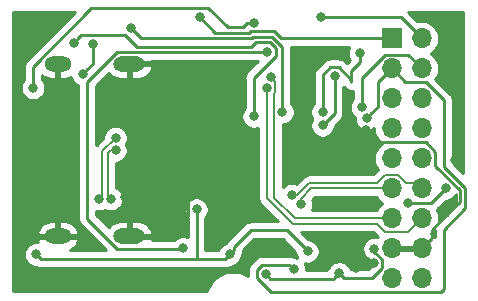
<source format=gbr>
G04 #@! TF.GenerationSoftware,KiCad,Pcbnew,(5.1.4)-1*
G04 #@! TF.CreationDate,2019-12-30T10:25:26+01:00*
G04 #@! TF.ProjectId,HDMI,48444d49-2e6b-4696-9361-645f70636258,rev?*
G04 #@! TF.SameCoordinates,Original*
G04 #@! TF.FileFunction,Copper,L2,Bot*
G04 #@! TF.FilePolarity,Positive*
%FSLAX46Y46*%
G04 Gerber Fmt 4.6, Leading zero omitted, Abs format (unit mm)*
G04 Created by KiCad (PCBNEW (5.1.4)-1) date 2019-12-30 10:25:26*
%MOMM*%
%LPD*%
G04 APERTURE LIST*
%ADD10R,1.700000X1.700000*%
%ADD11O,1.700000X1.700000*%
%ADD12O,2.700000X1.300000*%
%ADD13O,2.300000X1.300000*%
%ADD14C,0.800000*%
%ADD15C,0.250000*%
%ADD16C,0.200000*%
%ADD17C,0.254000*%
G04 APERTURE END LIST*
D10*
X143764000Y-67310000D03*
D11*
X146304000Y-67310000D03*
X143764000Y-69850000D03*
X146304000Y-69850000D03*
X143764000Y-72390000D03*
X146304000Y-72390000D03*
X143764000Y-74930000D03*
X146304000Y-74930000D03*
X143764000Y-77470000D03*
X146304000Y-77470000D03*
X143764000Y-80010000D03*
X146304000Y-80010000D03*
X143764000Y-82550000D03*
X146304000Y-82550000D03*
X143764000Y-85090000D03*
X146304000Y-85090000D03*
X143764000Y-87630000D03*
X146304000Y-87630000D03*
D12*
X121567000Y-69459000D03*
X121567000Y-84059000D03*
D13*
X115517000Y-84059000D03*
X115517000Y-69459000D03*
D14*
X121158000Y-80772000D03*
X124079000Y-76200000D03*
X142240000Y-86360000D03*
X141605000Y-75057000D03*
X123913026Y-73444975D03*
X140725190Y-86703804D03*
X141605000Y-77343000D03*
X141605000Y-81153000D03*
X126492000Y-79629000D03*
X126492000Y-76581000D03*
X125095000Y-81788000D03*
X148463000Y-81407000D03*
X149098000Y-77597000D03*
X138938000Y-70485000D03*
X137922000Y-74676000D03*
X118491000Y-67758990D03*
X130048000Y-85598000D03*
X113665000Y-85598000D03*
X136652000Y-85344000D03*
X117619579Y-70331101D03*
X127254000Y-81788000D03*
X133223000Y-68453000D03*
X126111000Y-85090000D03*
X135337574Y-80581962D03*
X133232686Y-71533976D03*
X136080038Y-81324426D03*
X133520026Y-70571920D03*
X145161000Y-81280000D03*
X148336000Y-80010000D03*
X141097000Y-68580000D03*
X137922000Y-73540000D03*
X133096000Y-87249000D03*
X139334724Y-87193011D03*
X142314200Y-85114781D03*
X127508000Y-65532000D03*
X132080000Y-73914000D03*
X116840000Y-67691000D03*
X121666000Y-66421000D03*
X134529000Y-73540000D03*
X137795000Y-65532000D03*
X141668805Y-74059025D03*
X135509000Y-86868000D03*
X141244448Y-73153517D03*
X120396000Y-76784000D03*
X120032000Y-80899000D03*
X113411000Y-71501000D03*
X132136732Y-65975966D03*
X120396000Y-75734000D03*
X118982000Y-80899000D03*
D15*
X121567000Y-69459000D02*
X121567000Y-70359000D01*
X121567000Y-84059000D02*
X121567000Y-81181000D01*
X121567000Y-81181000D02*
X121158000Y-80772000D01*
X121158000Y-79121000D02*
X121158000Y-80772000D01*
X124079000Y-76200000D02*
X121158000Y-79121000D01*
X124079000Y-76200000D02*
X124079000Y-75634315D01*
X141605000Y-75057000D02*
X142653001Y-76105001D01*
X142653001Y-76105001D02*
X146678003Y-76105001D01*
X146678003Y-76105001D02*
X147479001Y-76905999D01*
X147153999Y-83535005D02*
X147153999Y-84240001D01*
X147153999Y-84240001D02*
X146304000Y-85090000D01*
X149569002Y-80169998D02*
X149569002Y-81120002D01*
X147479001Y-78079997D02*
X149569002Y-80169998D01*
X147479001Y-76905999D02*
X147479001Y-78079997D01*
X124079000Y-76200000D02*
X126238000Y-76200000D01*
X126238000Y-76200000D02*
X126492000Y-76454000D01*
X126492000Y-79629000D02*
X126492000Y-81788000D01*
X123167000Y-84059000D02*
X121567000Y-84059000D01*
X124786685Y-84059000D02*
X123167000Y-84059000D01*
X126492000Y-82353685D02*
X124786685Y-84059000D01*
X126492000Y-81788000D02*
X126492000Y-82353685D01*
X126492000Y-76454000D02*
X126492000Y-73406000D01*
X126492000Y-73406000D02*
X126492000Y-70231000D01*
X125720000Y-69459000D02*
X121567000Y-69459000D01*
X126492000Y-70231000D02*
X125720000Y-69459000D01*
X124079000Y-75634315D02*
X124079000Y-73610949D01*
X124079000Y-73610949D02*
X123913026Y-73444975D01*
X142240000Y-86360000D02*
X141068994Y-86360000D01*
X141068994Y-86360000D02*
X140725190Y-86703804D01*
X141605000Y-75057000D02*
X141605000Y-77343000D01*
X126492000Y-76454000D02*
X126492000Y-76581000D01*
X126492000Y-76581000D02*
X126492000Y-79629000D01*
X126492000Y-81788000D02*
X125095000Y-81788000D01*
X148463000Y-82226004D02*
X148463000Y-81407000D01*
X148745502Y-81943502D02*
X148463000Y-82226004D01*
X148745502Y-81943502D02*
X147153999Y-83535005D01*
X149569002Y-81120002D02*
X148745502Y-81943502D01*
X138938000Y-73660000D02*
X137922000Y-74676000D01*
X138938000Y-70485000D02*
X138938000Y-73660000D01*
X130302000Y-85344000D02*
X130048000Y-85598000D01*
X130447999Y-85198001D02*
X130447999Y-84944001D01*
X130048000Y-85598000D02*
X130447999Y-85198001D01*
X130447999Y-84944001D02*
X131826000Y-83566000D01*
X134874000Y-83566000D02*
X136652000Y-85344000D01*
X131826000Y-83566000D02*
X134874000Y-83566000D01*
X118491000Y-69459680D02*
X118019578Y-69931102D01*
X118491000Y-67758990D02*
X118491000Y-69459680D01*
X118019578Y-69931102D02*
X117619579Y-70331101D01*
X130048000Y-85598000D02*
X129648001Y-85997999D01*
X114064999Y-85997999D02*
X113665000Y-85598000D01*
X127254000Y-85889998D02*
X127145999Y-85997999D01*
X127254000Y-81788000D02*
X127254000Y-85889998D01*
X129648001Y-85997999D02*
X127145999Y-85997999D01*
X127145999Y-85997999D02*
X114064999Y-85997999D01*
X119891990Y-69055138D02*
X120494128Y-68453000D01*
X119891990Y-69084010D02*
X119891990Y-69055138D01*
X117983000Y-76835000D02*
X117983000Y-70993000D01*
X117983000Y-70993000D02*
X119891990Y-69084010D01*
X117983000Y-76835000D02*
X117983000Y-76708000D01*
X120494128Y-68453000D02*
X133223000Y-68453000D01*
X117983000Y-76835000D02*
X117983000Y-82553872D01*
X117983000Y-82553872D02*
X120552943Y-85123815D01*
X120552943Y-85123815D02*
X123031572Y-85123815D01*
X123031572Y-85123815D02*
X123597257Y-85123815D01*
X123597257Y-85123815D02*
X126077185Y-85123815D01*
X126077185Y-85123815D02*
X126111000Y-85090000D01*
D16*
X145016002Y-79560000D02*
X145854000Y-79560000D01*
X135761839Y-80581962D02*
X136783801Y-79560000D01*
X135337574Y-80581962D02*
X135761839Y-80581962D01*
X136783801Y-79560000D02*
X142511998Y-79560000D01*
X142511998Y-79560000D02*
X143211999Y-78859999D01*
X143211999Y-78859999D02*
X144316001Y-78859999D01*
X145854000Y-79560000D02*
X146304000Y-80010000D01*
X144316001Y-78859999D02*
X145016002Y-79560000D01*
X143211999Y-83700001D02*
X142511998Y-83000000D01*
X142511998Y-83000000D02*
X135386800Y-83000000D01*
X133232686Y-80845886D02*
X133232686Y-72099661D01*
X133232686Y-72099661D02*
X133232686Y-71533976D01*
X145153999Y-83700001D02*
X143211999Y-83700001D01*
X135386800Y-83000000D02*
X133232686Y-80845886D01*
X146304000Y-82550000D02*
X145153999Y-83700001D01*
X136970199Y-80010000D02*
X143314000Y-80010000D01*
X136080038Y-80900161D02*
X136970199Y-80010000D01*
X136080038Y-81324426D02*
X136080038Y-80900161D01*
X143314000Y-80010000D02*
X143764000Y-80010000D01*
X133932687Y-70984581D02*
X133920025Y-70971919D01*
X135573200Y-82550000D02*
X133829000Y-80805800D01*
X133932687Y-71869977D02*
X133932687Y-70984581D01*
X133920025Y-70971919D02*
X133520026Y-70571920D01*
X143764000Y-82550000D02*
X135573200Y-82550000D01*
X133829000Y-71973664D02*
X133932687Y-71869977D01*
X133829000Y-80805800D02*
X133829000Y-71973664D01*
D15*
X145161000Y-81280000D02*
X147066000Y-81280000D01*
X147066000Y-81280000D02*
X148336000Y-80010000D01*
X141097000Y-68580000D02*
X141097000Y-69342000D01*
X141097000Y-69342000D02*
X140335000Y-70104000D01*
X140335000Y-70104000D02*
X140335000Y-70993000D01*
X137922000Y-70427998D02*
X137922000Y-73540000D01*
X138589999Y-69759999D02*
X137922000Y-70427998D01*
X139286001Y-69759999D02*
X138589999Y-69759999D01*
X140335000Y-70993000D02*
X140335000Y-70808998D01*
X140335000Y-70808998D02*
X139286001Y-69759999D01*
X142965001Y-86708001D02*
X142965001Y-86011999D01*
X133495999Y-87648999D02*
X138878736Y-87648999D01*
X138934725Y-87593010D02*
X139334724Y-87193011D01*
X139734723Y-87593010D02*
X142079992Y-87593010D01*
X133096000Y-87249000D02*
X133495999Y-87648999D01*
X139334724Y-87193011D02*
X139734723Y-87593010D01*
X138878736Y-87648999D02*
X138934725Y-87593010D01*
X142079992Y-87593010D02*
X142965001Y-86708001D01*
X142314200Y-85361198D02*
X142314200Y-85114781D01*
X142965001Y-86011999D02*
X142314200Y-85361198D01*
X131867198Y-66700976D02*
X133816801Y-66700976D01*
X131740198Y-66827976D02*
X131867198Y-66700976D01*
X133816801Y-66700976D02*
X134425825Y-67310000D01*
X134425825Y-67310000D02*
X142664000Y-67310000D01*
X127508000Y-65532000D02*
X128803976Y-66827976D01*
X142664000Y-67310000D02*
X143764000Y-67310000D01*
X128803976Y-66827976D02*
X131740198Y-66827976D01*
X131862998Y-68002989D02*
X122189861Y-68002989D01*
X132264989Y-67600998D02*
X131862998Y-68002989D01*
X122189861Y-68002989D02*
X121220861Y-67033989D01*
X121220861Y-67033989D02*
X117497011Y-67033989D01*
X117497011Y-67033989D02*
X117239999Y-67291001D01*
X117239999Y-67291001D02*
X116840000Y-67691000D01*
X133444002Y-67600998D02*
X132264989Y-67600998D01*
X133948002Y-68104998D02*
X133444002Y-67600998D01*
X132080000Y-70669004D02*
X133948002Y-68801002D01*
X132080000Y-73914000D02*
X132080000Y-70669004D01*
X133948002Y-68801002D02*
X133948002Y-68104998D01*
X121666000Y-66421000D02*
X122522987Y-67277987D01*
X122522987Y-67277987D02*
X131926598Y-67277987D01*
X133630402Y-67150987D02*
X134529000Y-68049585D01*
X134529000Y-68049585D02*
X134529000Y-72974315D01*
X132053598Y-67150987D02*
X133630402Y-67150987D01*
X131926598Y-67277987D02*
X132053598Y-67150987D01*
X134529000Y-72974315D02*
X134529000Y-73540000D01*
X144526000Y-65532000D02*
X146304000Y-67310000D01*
X137795000Y-65532000D02*
X144526000Y-65532000D01*
X143764000Y-69850000D02*
X142588999Y-71025001D01*
X142588999Y-73138831D02*
X142068804Y-73659026D01*
X142068804Y-73659026D02*
X141668805Y-74059025D01*
X142588999Y-71025001D02*
X142588999Y-73138831D01*
X148209000Y-83497415D02*
X148209000Y-88519000D01*
X143764000Y-69850000D02*
X144939001Y-71025001D01*
X146678003Y-71025001D02*
X148209000Y-72555998D01*
X150019013Y-81687402D02*
X148209000Y-83497415D01*
X148209000Y-72555998D02*
X148209000Y-78173585D01*
X144939001Y-71025001D02*
X146678003Y-71025001D01*
X148209000Y-78173585D02*
X150019013Y-79983598D01*
X150019013Y-79983598D02*
X150019013Y-81687402D01*
X148209000Y-88519000D02*
X147922999Y-88805001D01*
X135109001Y-86468001D02*
X135509000Y-86868000D01*
X132803997Y-86468001D02*
X135109001Y-86468001D01*
X132370999Y-86900999D02*
X132803997Y-86468001D01*
X132370999Y-87597001D02*
X132370999Y-86900999D01*
X133578999Y-88805001D02*
X132370999Y-87597001D01*
X147922999Y-88805001D02*
X133578999Y-88805001D01*
X141244448Y-70630550D02*
X141244448Y-72587832D01*
X146304000Y-69850000D02*
X145128999Y-68674999D01*
X145128999Y-68674999D02*
X143199999Y-68674999D01*
X143199999Y-68674999D02*
X141244448Y-70630550D01*
X141244448Y-72587832D02*
X141244448Y-73153517D01*
D16*
X120396000Y-76784000D02*
X119982397Y-76784000D01*
X119982397Y-76784000D02*
X119732000Y-77034397D01*
X119732000Y-77034397D02*
X119732000Y-80599000D01*
X119732000Y-80599000D02*
X120032000Y-80899000D01*
D15*
X113411000Y-69686128D02*
X118346618Y-64750510D01*
X129878236Y-66377957D02*
X131169056Y-66377957D01*
X131169056Y-66377957D02*
X131571047Y-65975966D01*
X128250789Y-64750510D02*
X129878236Y-66377957D01*
X131571047Y-65975966D02*
X132136732Y-65975966D01*
X118346618Y-64750510D02*
X128250789Y-64750510D01*
X113411000Y-71501000D02*
X113411000Y-69686128D01*
D16*
X119282000Y-76848000D02*
X119282000Y-80599000D01*
X120396000Y-75734000D02*
X119282000Y-76848000D01*
X119282000Y-80599000D02*
X118982000Y-80899000D01*
D17*
G36*
X112899998Y-69122329D02*
G01*
X112871000Y-69146127D01*
X112847202Y-69175125D01*
X112847201Y-69175126D01*
X112776026Y-69261852D01*
X112705454Y-69393882D01*
X112682660Y-69469026D01*
X112662066Y-69536920D01*
X112661998Y-69537143D01*
X112647324Y-69686128D01*
X112651001Y-69723460D01*
X112651000Y-70797289D01*
X112607063Y-70841226D01*
X112493795Y-71010744D01*
X112415774Y-71199102D01*
X112376000Y-71399061D01*
X112376000Y-71602939D01*
X112415774Y-71802898D01*
X112493795Y-71991256D01*
X112607063Y-72160774D01*
X112751226Y-72304937D01*
X112920744Y-72418205D01*
X113109102Y-72496226D01*
X113309061Y-72536000D01*
X113512939Y-72536000D01*
X113712898Y-72496226D01*
X113901256Y-72418205D01*
X114070774Y-72304937D01*
X114214937Y-72160774D01*
X114328205Y-71991256D01*
X114406226Y-71802898D01*
X114446000Y-71602939D01*
X114446000Y-71399061D01*
X114406226Y-71199102D01*
X114328205Y-71010744D01*
X114214937Y-70841226D01*
X114171000Y-70797289D01*
X114171000Y-70430369D01*
X114197495Y-70456882D01*
X114407919Y-70597585D01*
X114641749Y-70694533D01*
X114890000Y-70744000D01*
X115390000Y-70744000D01*
X115390000Y-69586000D01*
X115370000Y-69586000D01*
X115370000Y-69332000D01*
X115390000Y-69332000D01*
X115390000Y-69312000D01*
X115644000Y-69312000D01*
X115644000Y-69332000D01*
X115664000Y-69332000D01*
X115664000Y-69586000D01*
X115644000Y-69586000D01*
X115644000Y-70744000D01*
X116144000Y-70744000D01*
X116392251Y-70694533D01*
X116617977Y-70600945D01*
X116624353Y-70632999D01*
X116702374Y-70821357D01*
X116815642Y-70990875D01*
X116959805Y-71135038D01*
X117129323Y-71248306D01*
X117223001Y-71287109D01*
X117223000Y-76797667D01*
X117223000Y-76797668D01*
X117223001Y-82516540D01*
X117219324Y-82553872D01*
X117233998Y-82702857D01*
X117277454Y-82846118D01*
X117348026Y-82978148D01*
X117419201Y-83064874D01*
X117443000Y-83093873D01*
X117471998Y-83117671D01*
X119592325Y-85237999D01*
X116528606Y-85237999D01*
X116626081Y-85197585D01*
X116836505Y-85056882D01*
X117015436Y-84877830D01*
X117155997Y-84667311D01*
X117252787Y-84433415D01*
X117260099Y-84384471D01*
X117136067Y-84186000D01*
X115644000Y-84186000D01*
X115644000Y-84206000D01*
X115390000Y-84206000D01*
X115390000Y-84186000D01*
X113897933Y-84186000D01*
X113773901Y-84384471D01*
X113781213Y-84433415D01*
X113840928Y-84577717D01*
X113766939Y-84563000D01*
X113563061Y-84563000D01*
X113363102Y-84602774D01*
X113174744Y-84680795D01*
X113005226Y-84794063D01*
X112861063Y-84938226D01*
X112747795Y-85107744D01*
X112669774Y-85296102D01*
X112630000Y-85496061D01*
X112630000Y-85699939D01*
X112669774Y-85899898D01*
X112747795Y-86088256D01*
X112861063Y-86257774D01*
X113005226Y-86401937D01*
X113174744Y-86515205D01*
X113363102Y-86593226D01*
X113563061Y-86633000D01*
X113640774Y-86633000D01*
X113772752Y-86703545D01*
X113916013Y-86747002D01*
X114027666Y-86757999D01*
X114027676Y-86757999D01*
X114064998Y-86761675D01*
X114102321Y-86757999D01*
X127108677Y-86757999D01*
X127145999Y-86761675D01*
X127183321Y-86757999D01*
X129610679Y-86757999D01*
X129648001Y-86761675D01*
X129685323Y-86757999D01*
X129685334Y-86757999D01*
X129796987Y-86747002D01*
X129940248Y-86703545D01*
X130072226Y-86633000D01*
X130149939Y-86633000D01*
X130349898Y-86593226D01*
X130538256Y-86515205D01*
X130707774Y-86401937D01*
X130851937Y-86257774D01*
X130965205Y-86088256D01*
X131043226Y-85899898D01*
X131083000Y-85699939D01*
X131083000Y-85622226D01*
X131153545Y-85490248D01*
X131197002Y-85346987D01*
X131205435Y-85261366D01*
X132140802Y-84326000D01*
X134559199Y-84326000D01*
X135617000Y-85383802D01*
X135617000Y-85445939D01*
X135656774Y-85645898D01*
X135734795Y-85834256D01*
X135752812Y-85861220D01*
X135610939Y-85833000D01*
X135533226Y-85833000D01*
X135401248Y-85762455D01*
X135257987Y-85718998D01*
X135146334Y-85708001D01*
X135146323Y-85708001D01*
X135109001Y-85704325D01*
X135071679Y-85708001D01*
X132841322Y-85708001D01*
X132803997Y-85704325D01*
X132766672Y-85708001D01*
X132766664Y-85708001D01*
X132655011Y-85718998D01*
X132511750Y-85762455D01*
X132379721Y-85833027D01*
X132263996Y-85928000D01*
X132240193Y-85957004D01*
X131859997Y-86337200D01*
X131830999Y-86360998D01*
X131807201Y-86389996D01*
X131807200Y-86389997D01*
X131736025Y-86476723D01*
X131665453Y-86608753D01*
X131658098Y-86633000D01*
X131621996Y-86752013D01*
X131610999Y-86863666D01*
X131610999Y-86863677D01*
X131607323Y-86900999D01*
X131610999Y-86938321D01*
X131610999Y-87404500D01*
X131607220Y-87401951D01*
X131598467Y-87397297D01*
X131312915Y-87248014D01*
X131253243Y-87223905D01*
X131193927Y-87198971D01*
X131184441Y-87196107D01*
X131184435Y-87196105D01*
X130875329Y-87105131D01*
X130812153Y-87093080D01*
X130749083Y-87080133D01*
X130739217Y-87079166D01*
X130418324Y-87049962D01*
X130354008Y-87050411D01*
X130289625Y-87049962D01*
X130279759Y-87050929D01*
X129959305Y-87084610D01*
X129896274Y-87097548D01*
X129833056Y-87109608D01*
X129823572Y-87112472D01*
X129823568Y-87112473D01*
X129823565Y-87112474D01*
X129823566Y-87112474D01*
X129515758Y-87207757D01*
X129456465Y-87232681D01*
X129396772Y-87256799D01*
X129388019Y-87261453D01*
X129104580Y-87414709D01*
X129051271Y-87450666D01*
X128997384Y-87485929D01*
X128989702Y-87492194D01*
X128741428Y-87697584D01*
X128696090Y-87743240D01*
X128650107Y-87788270D01*
X128643788Y-87795908D01*
X128440136Y-88045610D01*
X128404523Y-88099212D01*
X128368170Y-88152305D01*
X128363455Y-88161025D01*
X128212182Y-88445527D01*
X128187675Y-88504986D01*
X128162308Y-88564172D01*
X128159377Y-88573642D01*
X128121831Y-88698000D01*
X111708000Y-88698000D01*
X111708000Y-83733529D01*
X113773901Y-83733529D01*
X113897933Y-83932000D01*
X115390000Y-83932000D01*
X115390000Y-82774000D01*
X115644000Y-82774000D01*
X115644000Y-83932000D01*
X117136067Y-83932000D01*
X117260099Y-83733529D01*
X117252787Y-83684585D01*
X117155997Y-83450689D01*
X117015436Y-83240170D01*
X116836505Y-83061118D01*
X116626081Y-82920415D01*
X116392251Y-82823467D01*
X116144000Y-82774000D01*
X115644000Y-82774000D01*
X115390000Y-82774000D01*
X114890000Y-82774000D01*
X114641749Y-82823467D01*
X114407919Y-82920415D01*
X114197495Y-83061118D01*
X114018564Y-83240170D01*
X113878003Y-83450689D01*
X113781213Y-83684585D01*
X113773901Y-83733529D01*
X111708000Y-83733529D01*
X111708000Y-65060500D01*
X116961826Y-65060500D01*
X112899998Y-69122329D01*
X112899998Y-69122329D01*
G37*
X112899998Y-69122329D02*
X112871000Y-69146127D01*
X112847202Y-69175125D01*
X112847201Y-69175126D01*
X112776026Y-69261852D01*
X112705454Y-69393882D01*
X112682660Y-69469026D01*
X112662066Y-69536920D01*
X112661998Y-69537143D01*
X112647324Y-69686128D01*
X112651001Y-69723460D01*
X112651000Y-70797289D01*
X112607063Y-70841226D01*
X112493795Y-71010744D01*
X112415774Y-71199102D01*
X112376000Y-71399061D01*
X112376000Y-71602939D01*
X112415774Y-71802898D01*
X112493795Y-71991256D01*
X112607063Y-72160774D01*
X112751226Y-72304937D01*
X112920744Y-72418205D01*
X113109102Y-72496226D01*
X113309061Y-72536000D01*
X113512939Y-72536000D01*
X113712898Y-72496226D01*
X113901256Y-72418205D01*
X114070774Y-72304937D01*
X114214937Y-72160774D01*
X114328205Y-71991256D01*
X114406226Y-71802898D01*
X114446000Y-71602939D01*
X114446000Y-71399061D01*
X114406226Y-71199102D01*
X114328205Y-71010744D01*
X114214937Y-70841226D01*
X114171000Y-70797289D01*
X114171000Y-70430369D01*
X114197495Y-70456882D01*
X114407919Y-70597585D01*
X114641749Y-70694533D01*
X114890000Y-70744000D01*
X115390000Y-70744000D01*
X115390000Y-69586000D01*
X115370000Y-69586000D01*
X115370000Y-69332000D01*
X115390000Y-69332000D01*
X115390000Y-69312000D01*
X115644000Y-69312000D01*
X115644000Y-69332000D01*
X115664000Y-69332000D01*
X115664000Y-69586000D01*
X115644000Y-69586000D01*
X115644000Y-70744000D01*
X116144000Y-70744000D01*
X116392251Y-70694533D01*
X116617977Y-70600945D01*
X116624353Y-70632999D01*
X116702374Y-70821357D01*
X116815642Y-70990875D01*
X116959805Y-71135038D01*
X117129323Y-71248306D01*
X117223001Y-71287109D01*
X117223000Y-76797667D01*
X117223000Y-76797668D01*
X117223001Y-82516540D01*
X117219324Y-82553872D01*
X117233998Y-82702857D01*
X117277454Y-82846118D01*
X117348026Y-82978148D01*
X117419201Y-83064874D01*
X117443000Y-83093873D01*
X117471998Y-83117671D01*
X119592325Y-85237999D01*
X116528606Y-85237999D01*
X116626081Y-85197585D01*
X116836505Y-85056882D01*
X117015436Y-84877830D01*
X117155997Y-84667311D01*
X117252787Y-84433415D01*
X117260099Y-84384471D01*
X117136067Y-84186000D01*
X115644000Y-84186000D01*
X115644000Y-84206000D01*
X115390000Y-84206000D01*
X115390000Y-84186000D01*
X113897933Y-84186000D01*
X113773901Y-84384471D01*
X113781213Y-84433415D01*
X113840928Y-84577717D01*
X113766939Y-84563000D01*
X113563061Y-84563000D01*
X113363102Y-84602774D01*
X113174744Y-84680795D01*
X113005226Y-84794063D01*
X112861063Y-84938226D01*
X112747795Y-85107744D01*
X112669774Y-85296102D01*
X112630000Y-85496061D01*
X112630000Y-85699939D01*
X112669774Y-85899898D01*
X112747795Y-86088256D01*
X112861063Y-86257774D01*
X113005226Y-86401937D01*
X113174744Y-86515205D01*
X113363102Y-86593226D01*
X113563061Y-86633000D01*
X113640774Y-86633000D01*
X113772752Y-86703545D01*
X113916013Y-86747002D01*
X114027666Y-86757999D01*
X114027676Y-86757999D01*
X114064998Y-86761675D01*
X114102321Y-86757999D01*
X127108677Y-86757999D01*
X127145999Y-86761675D01*
X127183321Y-86757999D01*
X129610679Y-86757999D01*
X129648001Y-86761675D01*
X129685323Y-86757999D01*
X129685334Y-86757999D01*
X129796987Y-86747002D01*
X129940248Y-86703545D01*
X130072226Y-86633000D01*
X130149939Y-86633000D01*
X130349898Y-86593226D01*
X130538256Y-86515205D01*
X130707774Y-86401937D01*
X130851937Y-86257774D01*
X130965205Y-86088256D01*
X131043226Y-85899898D01*
X131083000Y-85699939D01*
X131083000Y-85622226D01*
X131153545Y-85490248D01*
X131197002Y-85346987D01*
X131205435Y-85261366D01*
X132140802Y-84326000D01*
X134559199Y-84326000D01*
X135617000Y-85383802D01*
X135617000Y-85445939D01*
X135656774Y-85645898D01*
X135734795Y-85834256D01*
X135752812Y-85861220D01*
X135610939Y-85833000D01*
X135533226Y-85833000D01*
X135401248Y-85762455D01*
X135257987Y-85718998D01*
X135146334Y-85708001D01*
X135146323Y-85708001D01*
X135109001Y-85704325D01*
X135071679Y-85708001D01*
X132841322Y-85708001D01*
X132803997Y-85704325D01*
X132766672Y-85708001D01*
X132766664Y-85708001D01*
X132655011Y-85718998D01*
X132511750Y-85762455D01*
X132379721Y-85833027D01*
X132263996Y-85928000D01*
X132240193Y-85957004D01*
X131859997Y-86337200D01*
X131830999Y-86360998D01*
X131807201Y-86389996D01*
X131807200Y-86389997D01*
X131736025Y-86476723D01*
X131665453Y-86608753D01*
X131658098Y-86633000D01*
X131621996Y-86752013D01*
X131610999Y-86863666D01*
X131610999Y-86863677D01*
X131607323Y-86900999D01*
X131610999Y-86938321D01*
X131610999Y-87404500D01*
X131607220Y-87401951D01*
X131598467Y-87397297D01*
X131312915Y-87248014D01*
X131253243Y-87223905D01*
X131193927Y-87198971D01*
X131184441Y-87196107D01*
X131184435Y-87196105D01*
X130875329Y-87105131D01*
X130812153Y-87093080D01*
X130749083Y-87080133D01*
X130739217Y-87079166D01*
X130418324Y-87049962D01*
X130354008Y-87050411D01*
X130289625Y-87049962D01*
X130279759Y-87050929D01*
X129959305Y-87084610D01*
X129896274Y-87097548D01*
X129833056Y-87109608D01*
X129823572Y-87112472D01*
X129823568Y-87112473D01*
X129823565Y-87112474D01*
X129823566Y-87112474D01*
X129515758Y-87207757D01*
X129456465Y-87232681D01*
X129396772Y-87256799D01*
X129388019Y-87261453D01*
X129104580Y-87414709D01*
X129051271Y-87450666D01*
X128997384Y-87485929D01*
X128989702Y-87492194D01*
X128741428Y-87697584D01*
X128696090Y-87743240D01*
X128650107Y-87788270D01*
X128643788Y-87795908D01*
X128440136Y-88045610D01*
X128404523Y-88099212D01*
X128368170Y-88152305D01*
X128363455Y-88161025D01*
X128212182Y-88445527D01*
X128187675Y-88504986D01*
X128162308Y-88564172D01*
X128159377Y-88573642D01*
X128121831Y-88698000D01*
X111708000Y-88698000D01*
X111708000Y-83733529D01*
X113773901Y-83733529D01*
X113897933Y-83932000D01*
X115390000Y-83932000D01*
X115390000Y-82774000D01*
X115644000Y-82774000D01*
X115644000Y-83932000D01*
X117136067Y-83932000D01*
X117260099Y-83733529D01*
X117252787Y-83684585D01*
X117155997Y-83450689D01*
X117015436Y-83240170D01*
X116836505Y-83061118D01*
X116626081Y-82920415D01*
X116392251Y-82823467D01*
X116144000Y-82774000D01*
X115644000Y-82774000D01*
X115390000Y-82774000D01*
X114890000Y-82774000D01*
X114641749Y-82823467D01*
X114407919Y-82920415D01*
X114197495Y-83061118D01*
X114018564Y-83240170D01*
X113878003Y-83450689D01*
X113781213Y-83684585D01*
X113773901Y-83733529D01*
X111708000Y-83733529D01*
X111708000Y-65060500D01*
X116961826Y-65060500D01*
X112899998Y-69122329D01*
G36*
X142586149Y-84113598D02*
G01*
X142416139Y-84079781D01*
X142212261Y-84079781D01*
X142012302Y-84119555D01*
X141823944Y-84197576D01*
X141654426Y-84310844D01*
X141510263Y-84455007D01*
X141396995Y-84624525D01*
X141318974Y-84812883D01*
X141279200Y-85012842D01*
X141279200Y-85216720D01*
X141318974Y-85416679D01*
X141396995Y-85605037D01*
X141510263Y-85774555D01*
X141654426Y-85918718D01*
X141823944Y-86031986D01*
X141971170Y-86092970D01*
X142205001Y-86326801D01*
X142205001Y-86393199D01*
X141765191Y-86833010D01*
X140305883Y-86833010D01*
X140251929Y-86702755D01*
X140138661Y-86533237D01*
X139994498Y-86389074D01*
X139824980Y-86275806D01*
X139636622Y-86197785D01*
X139436663Y-86158011D01*
X139232785Y-86158011D01*
X139032826Y-86197785D01*
X138844468Y-86275806D01*
X138674950Y-86389074D01*
X138530787Y-86533237D01*
X138417519Y-86702755D01*
X138340374Y-86888999D01*
X136544000Y-86888999D01*
X136544000Y-86766061D01*
X136504226Y-86566102D01*
X136426205Y-86377744D01*
X136408188Y-86350780D01*
X136550061Y-86379000D01*
X136753939Y-86379000D01*
X136953898Y-86339226D01*
X137142256Y-86261205D01*
X137311774Y-86147937D01*
X137455937Y-86003774D01*
X137569205Y-85834256D01*
X137647226Y-85645898D01*
X137687000Y-85445939D01*
X137687000Y-85242061D01*
X137647226Y-85042102D01*
X137569205Y-84853744D01*
X137455937Y-84684226D01*
X137311774Y-84540063D01*
X137142256Y-84426795D01*
X136953898Y-84348774D01*
X136753939Y-84309000D01*
X136691802Y-84309000D01*
X136117801Y-83735000D01*
X142207552Y-83735000D01*
X142586149Y-84113598D01*
X142586149Y-84113598D01*
G37*
X142586149Y-84113598D02*
X142416139Y-84079781D01*
X142212261Y-84079781D01*
X142012302Y-84119555D01*
X141823944Y-84197576D01*
X141654426Y-84310844D01*
X141510263Y-84455007D01*
X141396995Y-84624525D01*
X141318974Y-84812883D01*
X141279200Y-85012842D01*
X141279200Y-85216720D01*
X141318974Y-85416679D01*
X141396995Y-85605037D01*
X141510263Y-85774555D01*
X141654426Y-85918718D01*
X141823944Y-86031986D01*
X141971170Y-86092970D01*
X142205001Y-86326801D01*
X142205001Y-86393199D01*
X141765191Y-86833010D01*
X140305883Y-86833010D01*
X140251929Y-86702755D01*
X140138661Y-86533237D01*
X139994498Y-86389074D01*
X139824980Y-86275806D01*
X139636622Y-86197785D01*
X139436663Y-86158011D01*
X139232785Y-86158011D01*
X139032826Y-86197785D01*
X138844468Y-86275806D01*
X138674950Y-86389074D01*
X138530787Y-86533237D01*
X138417519Y-86702755D01*
X138340374Y-86888999D01*
X136544000Y-86888999D01*
X136544000Y-86766061D01*
X136504226Y-86566102D01*
X136426205Y-86377744D01*
X136408188Y-86350780D01*
X136550061Y-86379000D01*
X136753939Y-86379000D01*
X136953898Y-86339226D01*
X137142256Y-86261205D01*
X137311774Y-86147937D01*
X137455937Y-86003774D01*
X137569205Y-85834256D01*
X137647226Y-85645898D01*
X137687000Y-85445939D01*
X137687000Y-85242061D01*
X137647226Y-85042102D01*
X137569205Y-84853744D01*
X137455937Y-84684226D01*
X137311774Y-84540063D01*
X137142256Y-84426795D01*
X136953898Y-84348774D01*
X136753939Y-84309000D01*
X136691802Y-84309000D01*
X136117801Y-83735000D01*
X142207552Y-83735000D01*
X142586149Y-84113598D01*
G36*
X131568998Y-70105205D02*
G01*
X131540000Y-70129003D01*
X131516202Y-70158001D01*
X131516201Y-70158002D01*
X131445026Y-70244728D01*
X131374454Y-70376758D01*
X131350150Y-70456882D01*
X131330998Y-70520018D01*
X131324407Y-70586939D01*
X131316324Y-70669004D01*
X131320001Y-70706336D01*
X131320000Y-73210289D01*
X131276063Y-73254226D01*
X131162795Y-73423744D01*
X131084774Y-73612102D01*
X131045000Y-73812061D01*
X131045000Y-74015939D01*
X131084774Y-74215898D01*
X131162795Y-74404256D01*
X131276063Y-74573774D01*
X131420226Y-74717937D01*
X131589744Y-74831205D01*
X131778102Y-74909226D01*
X131978061Y-74949000D01*
X132181939Y-74949000D01*
X132381898Y-74909226D01*
X132497687Y-74861264D01*
X132497686Y-80809781D01*
X132494130Y-80845886D01*
X132502139Y-80927205D01*
X132508321Y-80989970D01*
X132550349Y-81128518D01*
X132618599Y-81256205D01*
X132710448Y-81368123D01*
X132738494Y-81391140D01*
X134153353Y-82806000D01*
X131863325Y-82806000D01*
X131826000Y-82802324D01*
X131788675Y-82806000D01*
X131788667Y-82806000D01*
X131677014Y-82816997D01*
X131533753Y-82860454D01*
X131401724Y-82931026D01*
X131285999Y-83025999D01*
X131262201Y-83054997D01*
X129937000Y-84380199D01*
X129907998Y-84404000D01*
X129813025Y-84519725D01*
X129771314Y-84597759D01*
X129746102Y-84602774D01*
X129557744Y-84680795D01*
X129388226Y-84794063D01*
X129244063Y-84938226D01*
X129130795Y-85107744D01*
X129076841Y-85237999D01*
X128014000Y-85237999D01*
X128014000Y-82491711D01*
X128057937Y-82447774D01*
X128171205Y-82278256D01*
X128249226Y-82089898D01*
X128289000Y-81889939D01*
X128289000Y-81686061D01*
X128249226Y-81486102D01*
X128171205Y-81297744D01*
X128057937Y-81128226D01*
X127913774Y-80984063D01*
X127744256Y-80870795D01*
X127555898Y-80792774D01*
X127355939Y-80753000D01*
X127152061Y-80753000D01*
X126952102Y-80792774D01*
X126763744Y-80870795D01*
X126594226Y-80984063D01*
X126450063Y-81128226D01*
X126336795Y-81297744D01*
X126258774Y-81486102D01*
X126219000Y-81686061D01*
X126219000Y-81889939D01*
X126258774Y-82089898D01*
X126336795Y-82278256D01*
X126450063Y-82447774D01*
X126494000Y-82491711D01*
X126494001Y-84128368D01*
X126412898Y-84094774D01*
X126212939Y-84055000D01*
X126009061Y-84055000D01*
X125809102Y-84094774D01*
X125620744Y-84172795D01*
X125451226Y-84286063D01*
X125373474Y-84363815D01*
X123497190Y-84363815D01*
X123386067Y-84186000D01*
X121694000Y-84186000D01*
X121694000Y-84206000D01*
X121440000Y-84206000D01*
X121440000Y-84186000D01*
X121420000Y-84186000D01*
X121420000Y-83932000D01*
X121440000Y-83932000D01*
X121440000Y-82774000D01*
X121694000Y-82774000D01*
X121694000Y-83932000D01*
X123386067Y-83932000D01*
X123510099Y-83733529D01*
X123502787Y-83684585D01*
X123405997Y-83450689D01*
X123265436Y-83240170D01*
X123086505Y-83061118D01*
X122876081Y-82920415D01*
X122642251Y-82823467D01*
X122394000Y-82774000D01*
X121694000Y-82774000D01*
X121440000Y-82774000D01*
X120740000Y-82774000D01*
X120491749Y-82823467D01*
X120257919Y-82920415D01*
X120047495Y-83061118D01*
X119868564Y-83240170D01*
X119818732Y-83314803D01*
X118743000Y-82239071D01*
X118743000Y-81906737D01*
X118880061Y-81934000D01*
X119083939Y-81934000D01*
X119283898Y-81894226D01*
X119472256Y-81816205D01*
X119507000Y-81792990D01*
X119541744Y-81816205D01*
X119730102Y-81894226D01*
X119930061Y-81934000D01*
X120133939Y-81934000D01*
X120333898Y-81894226D01*
X120522256Y-81816205D01*
X120691774Y-81702937D01*
X120835937Y-81558774D01*
X120949205Y-81389256D01*
X121027226Y-81200898D01*
X121067000Y-81000939D01*
X121067000Y-80797061D01*
X121027226Y-80597102D01*
X120949205Y-80408744D01*
X120835937Y-80239226D01*
X120691774Y-80095063D01*
X120522256Y-79981795D01*
X120467000Y-79958907D01*
X120467000Y-77819000D01*
X120497939Y-77819000D01*
X120697898Y-77779226D01*
X120886256Y-77701205D01*
X121055774Y-77587937D01*
X121199937Y-77443774D01*
X121313205Y-77274256D01*
X121391226Y-77085898D01*
X121431000Y-76885939D01*
X121431000Y-76682061D01*
X121391226Y-76482102D01*
X121313205Y-76293744D01*
X121289990Y-76259000D01*
X121313205Y-76224256D01*
X121391226Y-76035898D01*
X121431000Y-75835939D01*
X121431000Y-75632061D01*
X121391226Y-75432102D01*
X121313205Y-75243744D01*
X121199937Y-75074226D01*
X121055774Y-74930063D01*
X120886256Y-74816795D01*
X120697898Y-74738774D01*
X120497939Y-74699000D01*
X120294061Y-74699000D01*
X120094102Y-74738774D01*
X119905744Y-74816795D01*
X119736226Y-74930063D01*
X119592063Y-75074226D01*
X119478795Y-75243744D01*
X119400774Y-75432102D01*
X119361000Y-75632061D01*
X119361000Y-75729553D01*
X118787808Y-76302746D01*
X118759762Y-76325763D01*
X118743000Y-76346187D01*
X118743000Y-71307801D01*
X119830292Y-70220510D01*
X119868564Y-70277830D01*
X120047495Y-70456882D01*
X120257919Y-70597585D01*
X120491749Y-70694533D01*
X120740000Y-70744000D01*
X121440000Y-70744000D01*
X121440000Y-69586000D01*
X121694000Y-69586000D01*
X121694000Y-70744000D01*
X122394000Y-70744000D01*
X122642251Y-70694533D01*
X122876081Y-70597585D01*
X123086505Y-70456882D01*
X123265436Y-70277830D01*
X123405997Y-70067311D01*
X123502787Y-69833415D01*
X123510099Y-69784471D01*
X123386067Y-69586000D01*
X121694000Y-69586000D01*
X121440000Y-69586000D01*
X121420000Y-69586000D01*
X121420000Y-69332000D01*
X121440000Y-69332000D01*
X121440000Y-69312000D01*
X121694000Y-69312000D01*
X121694000Y-69332000D01*
X123386067Y-69332000D01*
X123460435Y-69213000D01*
X132461203Y-69213000D01*
X131568998Y-70105205D01*
X131568998Y-70105205D01*
G37*
X131568998Y-70105205D02*
X131540000Y-70129003D01*
X131516202Y-70158001D01*
X131516201Y-70158002D01*
X131445026Y-70244728D01*
X131374454Y-70376758D01*
X131350150Y-70456882D01*
X131330998Y-70520018D01*
X131324407Y-70586939D01*
X131316324Y-70669004D01*
X131320001Y-70706336D01*
X131320000Y-73210289D01*
X131276063Y-73254226D01*
X131162795Y-73423744D01*
X131084774Y-73612102D01*
X131045000Y-73812061D01*
X131045000Y-74015939D01*
X131084774Y-74215898D01*
X131162795Y-74404256D01*
X131276063Y-74573774D01*
X131420226Y-74717937D01*
X131589744Y-74831205D01*
X131778102Y-74909226D01*
X131978061Y-74949000D01*
X132181939Y-74949000D01*
X132381898Y-74909226D01*
X132497687Y-74861264D01*
X132497686Y-80809781D01*
X132494130Y-80845886D01*
X132502139Y-80927205D01*
X132508321Y-80989970D01*
X132550349Y-81128518D01*
X132618599Y-81256205D01*
X132710448Y-81368123D01*
X132738494Y-81391140D01*
X134153353Y-82806000D01*
X131863325Y-82806000D01*
X131826000Y-82802324D01*
X131788675Y-82806000D01*
X131788667Y-82806000D01*
X131677014Y-82816997D01*
X131533753Y-82860454D01*
X131401724Y-82931026D01*
X131285999Y-83025999D01*
X131262201Y-83054997D01*
X129937000Y-84380199D01*
X129907998Y-84404000D01*
X129813025Y-84519725D01*
X129771314Y-84597759D01*
X129746102Y-84602774D01*
X129557744Y-84680795D01*
X129388226Y-84794063D01*
X129244063Y-84938226D01*
X129130795Y-85107744D01*
X129076841Y-85237999D01*
X128014000Y-85237999D01*
X128014000Y-82491711D01*
X128057937Y-82447774D01*
X128171205Y-82278256D01*
X128249226Y-82089898D01*
X128289000Y-81889939D01*
X128289000Y-81686061D01*
X128249226Y-81486102D01*
X128171205Y-81297744D01*
X128057937Y-81128226D01*
X127913774Y-80984063D01*
X127744256Y-80870795D01*
X127555898Y-80792774D01*
X127355939Y-80753000D01*
X127152061Y-80753000D01*
X126952102Y-80792774D01*
X126763744Y-80870795D01*
X126594226Y-80984063D01*
X126450063Y-81128226D01*
X126336795Y-81297744D01*
X126258774Y-81486102D01*
X126219000Y-81686061D01*
X126219000Y-81889939D01*
X126258774Y-82089898D01*
X126336795Y-82278256D01*
X126450063Y-82447774D01*
X126494000Y-82491711D01*
X126494001Y-84128368D01*
X126412898Y-84094774D01*
X126212939Y-84055000D01*
X126009061Y-84055000D01*
X125809102Y-84094774D01*
X125620744Y-84172795D01*
X125451226Y-84286063D01*
X125373474Y-84363815D01*
X123497190Y-84363815D01*
X123386067Y-84186000D01*
X121694000Y-84186000D01*
X121694000Y-84206000D01*
X121440000Y-84206000D01*
X121440000Y-84186000D01*
X121420000Y-84186000D01*
X121420000Y-83932000D01*
X121440000Y-83932000D01*
X121440000Y-82774000D01*
X121694000Y-82774000D01*
X121694000Y-83932000D01*
X123386067Y-83932000D01*
X123510099Y-83733529D01*
X123502787Y-83684585D01*
X123405997Y-83450689D01*
X123265436Y-83240170D01*
X123086505Y-83061118D01*
X122876081Y-82920415D01*
X122642251Y-82823467D01*
X122394000Y-82774000D01*
X121694000Y-82774000D01*
X121440000Y-82774000D01*
X120740000Y-82774000D01*
X120491749Y-82823467D01*
X120257919Y-82920415D01*
X120047495Y-83061118D01*
X119868564Y-83240170D01*
X119818732Y-83314803D01*
X118743000Y-82239071D01*
X118743000Y-81906737D01*
X118880061Y-81934000D01*
X119083939Y-81934000D01*
X119283898Y-81894226D01*
X119472256Y-81816205D01*
X119507000Y-81792990D01*
X119541744Y-81816205D01*
X119730102Y-81894226D01*
X119930061Y-81934000D01*
X120133939Y-81934000D01*
X120333898Y-81894226D01*
X120522256Y-81816205D01*
X120691774Y-81702937D01*
X120835937Y-81558774D01*
X120949205Y-81389256D01*
X121027226Y-81200898D01*
X121067000Y-81000939D01*
X121067000Y-80797061D01*
X121027226Y-80597102D01*
X120949205Y-80408744D01*
X120835937Y-80239226D01*
X120691774Y-80095063D01*
X120522256Y-79981795D01*
X120467000Y-79958907D01*
X120467000Y-77819000D01*
X120497939Y-77819000D01*
X120697898Y-77779226D01*
X120886256Y-77701205D01*
X121055774Y-77587937D01*
X121199937Y-77443774D01*
X121313205Y-77274256D01*
X121391226Y-77085898D01*
X121431000Y-76885939D01*
X121431000Y-76682061D01*
X121391226Y-76482102D01*
X121313205Y-76293744D01*
X121289990Y-76259000D01*
X121313205Y-76224256D01*
X121391226Y-76035898D01*
X121431000Y-75835939D01*
X121431000Y-75632061D01*
X121391226Y-75432102D01*
X121313205Y-75243744D01*
X121199937Y-75074226D01*
X121055774Y-74930063D01*
X120886256Y-74816795D01*
X120697898Y-74738774D01*
X120497939Y-74699000D01*
X120294061Y-74699000D01*
X120094102Y-74738774D01*
X119905744Y-74816795D01*
X119736226Y-74930063D01*
X119592063Y-75074226D01*
X119478795Y-75243744D01*
X119400774Y-75432102D01*
X119361000Y-75632061D01*
X119361000Y-75729553D01*
X118787808Y-76302746D01*
X118759762Y-76325763D01*
X118743000Y-76346187D01*
X118743000Y-71307801D01*
X119830292Y-70220510D01*
X119868564Y-70277830D01*
X120047495Y-70456882D01*
X120257919Y-70597585D01*
X120491749Y-70694533D01*
X120740000Y-70744000D01*
X121440000Y-70744000D01*
X121440000Y-69586000D01*
X121694000Y-69586000D01*
X121694000Y-70744000D01*
X122394000Y-70744000D01*
X122642251Y-70694533D01*
X122876081Y-70597585D01*
X123086505Y-70456882D01*
X123265436Y-70277830D01*
X123405997Y-70067311D01*
X123502787Y-69833415D01*
X123510099Y-69784471D01*
X123386067Y-69586000D01*
X121694000Y-69586000D01*
X121440000Y-69586000D01*
X121420000Y-69586000D01*
X121420000Y-69332000D01*
X121440000Y-69332000D01*
X121440000Y-69312000D01*
X121694000Y-69312000D01*
X121694000Y-69332000D01*
X123386067Y-69332000D01*
X123460435Y-69213000D01*
X132461203Y-69213000D01*
X131568998Y-70105205D01*
G36*
X143891000Y-84963000D02*
G01*
X146177000Y-84963000D01*
X146177000Y-84943000D01*
X146431000Y-84943000D01*
X146431000Y-84963000D01*
X146451000Y-84963000D01*
X146451000Y-85217000D01*
X146431000Y-85217000D01*
X146431000Y-85237000D01*
X146177000Y-85237000D01*
X146177000Y-85217000D01*
X143891000Y-85217000D01*
X143891000Y-85237000D01*
X143637000Y-85237000D01*
X143637000Y-85217000D01*
X143617000Y-85217000D01*
X143617000Y-84963000D01*
X143637000Y-84963000D01*
X143637000Y-84943000D01*
X143891000Y-84943000D01*
X143891000Y-84963000D01*
X143891000Y-84963000D01*
G37*
X143891000Y-84963000D02*
X146177000Y-84963000D01*
X146177000Y-84943000D01*
X146431000Y-84943000D01*
X146431000Y-84963000D01*
X146451000Y-84963000D01*
X146451000Y-85217000D01*
X146431000Y-85217000D01*
X146431000Y-85237000D01*
X146177000Y-85237000D01*
X146177000Y-85217000D01*
X143891000Y-85217000D01*
X143891000Y-85237000D01*
X143637000Y-85237000D01*
X143637000Y-85217000D01*
X143617000Y-85217000D01*
X143617000Y-84963000D01*
X143637000Y-84963000D01*
X143637000Y-84943000D01*
X143891000Y-84943000D01*
X143891000Y-84963000D01*
G36*
X147449000Y-83534738D02*
G01*
X147449000Y-84153295D01*
X147401588Y-84089731D01*
X147185355Y-83894822D01*
X147068477Y-83825201D01*
X147133014Y-83790706D01*
X147359134Y-83605134D01*
X147445561Y-83499822D01*
X147449000Y-83534738D01*
X147449000Y-83534738D01*
G37*
X147449000Y-83534738D02*
X147449000Y-84153295D01*
X147401588Y-84089731D01*
X147185355Y-83894822D01*
X147068477Y-83825201D01*
X147133014Y-83790706D01*
X147359134Y-83605134D01*
X147445561Y-83499822D01*
X147449000Y-83534738D01*
G36*
X149259014Y-81372599D02*
G01*
X147757502Y-82874112D01*
X147767513Y-82841111D01*
X147796185Y-82550000D01*
X147767513Y-82258889D01*
X147682599Y-81978966D01*
X147600183Y-81824776D01*
X147606001Y-81820001D01*
X147629804Y-81790997D01*
X148375802Y-81045000D01*
X148437939Y-81045000D01*
X148637898Y-81005226D01*
X148826256Y-80927205D01*
X148995774Y-80813937D01*
X149139937Y-80669774D01*
X149253205Y-80500256D01*
X149259013Y-80486234D01*
X149259014Y-81372599D01*
X149259014Y-81372599D01*
G37*
X149259014Y-81372599D02*
X147757502Y-82874112D01*
X147767513Y-82841111D01*
X147796185Y-82550000D01*
X147767513Y-82258889D01*
X147682599Y-81978966D01*
X147600183Y-81824776D01*
X147606001Y-81820001D01*
X147629804Y-81790997D01*
X148375802Y-81045000D01*
X148437939Y-81045000D01*
X148637898Y-81005226D01*
X148826256Y-80927205D01*
X148995774Y-80813937D01*
X149139937Y-80669774D01*
X149253205Y-80500256D01*
X149259013Y-80486234D01*
X149259014Y-81372599D01*
G36*
X142523294Y-80839014D02*
G01*
X142708866Y-81065134D01*
X142934986Y-81250706D01*
X142989791Y-81280000D01*
X142934986Y-81309294D01*
X142708866Y-81494866D01*
X142523294Y-81720986D01*
X142473043Y-81815000D01*
X136997031Y-81815000D01*
X136997243Y-81814682D01*
X137075264Y-81626324D01*
X137115038Y-81426365D01*
X137115038Y-81222487D01*
X137075264Y-81022528D01*
X137052375Y-80967270D01*
X137274646Y-80745000D01*
X142473043Y-80745000D01*
X142523294Y-80839014D01*
X142523294Y-80839014D01*
G37*
X142523294Y-80839014D02*
X142708866Y-81065134D01*
X142934986Y-81250706D01*
X142989791Y-81280000D01*
X142934986Y-81309294D01*
X142708866Y-81494866D01*
X142523294Y-81720986D01*
X142473043Y-81815000D01*
X136997031Y-81815000D01*
X136997243Y-81814682D01*
X137075264Y-81626324D01*
X137115038Y-81426365D01*
X137115038Y-81222487D01*
X137075264Y-81022528D01*
X137052375Y-80967270D01*
X137274646Y-80745000D01*
X142473043Y-80745000D01*
X142523294Y-80839014D01*
G36*
X140179795Y-68089744D02*
G01*
X140101774Y-68278102D01*
X140062000Y-68478061D01*
X140062000Y-68681939D01*
X140101774Y-68881898D01*
X140179795Y-69070256D01*
X140225516Y-69138682D01*
X139982501Y-69381698D01*
X139849805Y-69249001D01*
X139826002Y-69219998D01*
X139710277Y-69125025D01*
X139578248Y-69054453D01*
X139434987Y-69010996D01*
X139323334Y-68999999D01*
X139323323Y-68999999D01*
X139286001Y-68996323D01*
X139248679Y-68999999D01*
X138627321Y-68999999D01*
X138589998Y-68996323D01*
X138552675Y-68999999D01*
X138552666Y-68999999D01*
X138441013Y-69010996D01*
X138297752Y-69054453D01*
X138165723Y-69125025D01*
X138049998Y-69219998D01*
X138026199Y-69248997D01*
X137411002Y-69864195D01*
X137381999Y-69887997D01*
X137335219Y-69944999D01*
X137287026Y-70003722D01*
X137233719Y-70103452D01*
X137216454Y-70135752D01*
X137172997Y-70279013D01*
X137162000Y-70390666D01*
X137162000Y-70390676D01*
X137158324Y-70427998D01*
X137162000Y-70465321D01*
X137162001Y-72836288D01*
X137118063Y-72880226D01*
X137004795Y-73049744D01*
X136926774Y-73238102D01*
X136887000Y-73438061D01*
X136887000Y-73641939D01*
X136926774Y-73841898D01*
X137004795Y-74030256D01*
X137056742Y-74108000D01*
X137004795Y-74185744D01*
X136926774Y-74374102D01*
X136887000Y-74574061D01*
X136887000Y-74777939D01*
X136926774Y-74977898D01*
X137004795Y-75166256D01*
X137118063Y-75335774D01*
X137262226Y-75479937D01*
X137431744Y-75593205D01*
X137620102Y-75671226D01*
X137820061Y-75711000D01*
X138023939Y-75711000D01*
X138223898Y-75671226D01*
X138412256Y-75593205D01*
X138581774Y-75479937D01*
X138725937Y-75335774D01*
X138839205Y-75166256D01*
X138917226Y-74977898D01*
X138957000Y-74777939D01*
X138957000Y-74715801D01*
X139449003Y-74223799D01*
X139478001Y-74200001D01*
X139510038Y-74160964D01*
X139572974Y-74084277D01*
X139643546Y-73952247D01*
X139666978Y-73875000D01*
X139687003Y-73808986D01*
X139698000Y-73697333D01*
X139698000Y-73697323D01*
X139701676Y-73660000D01*
X139698000Y-73622678D01*
X139698000Y-71413485D01*
X139700026Y-71417275D01*
X139794999Y-71533001D01*
X139910724Y-71627974D01*
X140042753Y-71698546D01*
X140186014Y-71742003D01*
X140335000Y-71756677D01*
X140483986Y-71742003D01*
X140484449Y-71741863D01*
X140484449Y-72449805D01*
X140440511Y-72493743D01*
X140327243Y-72663261D01*
X140249222Y-72851619D01*
X140209448Y-73051578D01*
X140209448Y-73255456D01*
X140249222Y-73455415D01*
X140327243Y-73643773D01*
X140440511Y-73813291D01*
X140584674Y-73957454D01*
X140633805Y-73990282D01*
X140633805Y-74160964D01*
X140673579Y-74360923D01*
X140751600Y-74549281D01*
X140864868Y-74718799D01*
X141009031Y-74862962D01*
X141178549Y-74976230D01*
X141366907Y-75054251D01*
X141566866Y-75094025D01*
X141770744Y-75094025D01*
X141970703Y-75054251D01*
X142159061Y-74976230D01*
X142274884Y-74898840D01*
X142271815Y-74930000D01*
X142300487Y-75221111D01*
X142385401Y-75501034D01*
X142523294Y-75759014D01*
X142708866Y-75985134D01*
X142934986Y-76170706D01*
X142989791Y-76200000D01*
X142934986Y-76229294D01*
X142708866Y-76414866D01*
X142523294Y-76640986D01*
X142385401Y-76898966D01*
X142300487Y-77178889D01*
X142271815Y-77470000D01*
X142300487Y-77761111D01*
X142385401Y-78041034D01*
X142523294Y-78299014D01*
X142618062Y-78414489D01*
X142207552Y-78825000D01*
X136819906Y-78825000D01*
X136783801Y-78821444D01*
X136639716Y-78835635D01*
X136501167Y-78877663D01*
X136417119Y-78922588D01*
X136373481Y-78945913D01*
X136261563Y-79037762D01*
X136238548Y-79065806D01*
X135694730Y-79609625D01*
X135639472Y-79586736D01*
X135439513Y-79546962D01*
X135235635Y-79546962D01*
X135035676Y-79586736D01*
X134847318Y-79664757D01*
X134677800Y-79778025D01*
X134564000Y-79891825D01*
X134564000Y-74575000D01*
X134630939Y-74575000D01*
X134830898Y-74535226D01*
X135019256Y-74457205D01*
X135188774Y-74343937D01*
X135332937Y-74199774D01*
X135446205Y-74030256D01*
X135524226Y-73841898D01*
X135564000Y-73641939D01*
X135564000Y-73438061D01*
X135524226Y-73238102D01*
X135446205Y-73049744D01*
X135332937Y-72880226D01*
X135289000Y-72836289D01*
X135289000Y-68086907D01*
X135290665Y-68070000D01*
X140192987Y-68070000D01*
X140179795Y-68089744D01*
X140179795Y-68089744D01*
G37*
X140179795Y-68089744D02*
X140101774Y-68278102D01*
X140062000Y-68478061D01*
X140062000Y-68681939D01*
X140101774Y-68881898D01*
X140179795Y-69070256D01*
X140225516Y-69138682D01*
X139982501Y-69381698D01*
X139849805Y-69249001D01*
X139826002Y-69219998D01*
X139710277Y-69125025D01*
X139578248Y-69054453D01*
X139434987Y-69010996D01*
X139323334Y-68999999D01*
X139323323Y-68999999D01*
X139286001Y-68996323D01*
X139248679Y-68999999D01*
X138627321Y-68999999D01*
X138589998Y-68996323D01*
X138552675Y-68999999D01*
X138552666Y-68999999D01*
X138441013Y-69010996D01*
X138297752Y-69054453D01*
X138165723Y-69125025D01*
X138049998Y-69219998D01*
X138026199Y-69248997D01*
X137411002Y-69864195D01*
X137381999Y-69887997D01*
X137335219Y-69944999D01*
X137287026Y-70003722D01*
X137233719Y-70103452D01*
X137216454Y-70135752D01*
X137172997Y-70279013D01*
X137162000Y-70390666D01*
X137162000Y-70390676D01*
X137158324Y-70427998D01*
X137162000Y-70465321D01*
X137162001Y-72836288D01*
X137118063Y-72880226D01*
X137004795Y-73049744D01*
X136926774Y-73238102D01*
X136887000Y-73438061D01*
X136887000Y-73641939D01*
X136926774Y-73841898D01*
X137004795Y-74030256D01*
X137056742Y-74108000D01*
X137004795Y-74185744D01*
X136926774Y-74374102D01*
X136887000Y-74574061D01*
X136887000Y-74777939D01*
X136926774Y-74977898D01*
X137004795Y-75166256D01*
X137118063Y-75335774D01*
X137262226Y-75479937D01*
X137431744Y-75593205D01*
X137620102Y-75671226D01*
X137820061Y-75711000D01*
X138023939Y-75711000D01*
X138223898Y-75671226D01*
X138412256Y-75593205D01*
X138581774Y-75479937D01*
X138725937Y-75335774D01*
X138839205Y-75166256D01*
X138917226Y-74977898D01*
X138957000Y-74777939D01*
X138957000Y-74715801D01*
X139449003Y-74223799D01*
X139478001Y-74200001D01*
X139510038Y-74160964D01*
X139572974Y-74084277D01*
X139643546Y-73952247D01*
X139666978Y-73875000D01*
X139687003Y-73808986D01*
X139698000Y-73697333D01*
X139698000Y-73697323D01*
X139701676Y-73660000D01*
X139698000Y-73622678D01*
X139698000Y-71413485D01*
X139700026Y-71417275D01*
X139794999Y-71533001D01*
X139910724Y-71627974D01*
X140042753Y-71698546D01*
X140186014Y-71742003D01*
X140335000Y-71756677D01*
X140483986Y-71742003D01*
X140484449Y-71741863D01*
X140484449Y-72449805D01*
X140440511Y-72493743D01*
X140327243Y-72663261D01*
X140249222Y-72851619D01*
X140209448Y-73051578D01*
X140209448Y-73255456D01*
X140249222Y-73455415D01*
X140327243Y-73643773D01*
X140440511Y-73813291D01*
X140584674Y-73957454D01*
X140633805Y-73990282D01*
X140633805Y-74160964D01*
X140673579Y-74360923D01*
X140751600Y-74549281D01*
X140864868Y-74718799D01*
X141009031Y-74862962D01*
X141178549Y-74976230D01*
X141366907Y-75054251D01*
X141566866Y-75094025D01*
X141770744Y-75094025D01*
X141970703Y-75054251D01*
X142159061Y-74976230D01*
X142274884Y-74898840D01*
X142271815Y-74930000D01*
X142300487Y-75221111D01*
X142385401Y-75501034D01*
X142523294Y-75759014D01*
X142708866Y-75985134D01*
X142934986Y-76170706D01*
X142989791Y-76200000D01*
X142934986Y-76229294D01*
X142708866Y-76414866D01*
X142523294Y-76640986D01*
X142385401Y-76898966D01*
X142300487Y-77178889D01*
X142271815Y-77470000D01*
X142300487Y-77761111D01*
X142385401Y-78041034D01*
X142523294Y-78299014D01*
X142618062Y-78414489D01*
X142207552Y-78825000D01*
X136819906Y-78825000D01*
X136783801Y-78821444D01*
X136639716Y-78835635D01*
X136501167Y-78877663D01*
X136417119Y-78922588D01*
X136373481Y-78945913D01*
X136261563Y-79037762D01*
X136238548Y-79065806D01*
X135694730Y-79609625D01*
X135639472Y-79586736D01*
X135439513Y-79546962D01*
X135235635Y-79546962D01*
X135035676Y-79586736D01*
X134847318Y-79664757D01*
X134677800Y-79778025D01*
X134564000Y-79891825D01*
X134564000Y-74575000D01*
X134630939Y-74575000D01*
X134830898Y-74535226D01*
X135019256Y-74457205D01*
X135188774Y-74343937D01*
X135332937Y-74199774D01*
X135446205Y-74030256D01*
X135524226Y-73841898D01*
X135564000Y-73641939D01*
X135564000Y-73438061D01*
X135524226Y-73238102D01*
X135446205Y-73049744D01*
X135332937Y-72880226D01*
X135289000Y-72836289D01*
X135289000Y-68086907D01*
X135290665Y-68070000D01*
X140192987Y-68070000D01*
X140179795Y-68089744D01*
G36*
X149785001Y-78674784D02*
G01*
X148969000Y-77858784D01*
X148969000Y-72593323D01*
X148972676Y-72555998D01*
X148969000Y-72518673D01*
X148969000Y-72518665D01*
X148958003Y-72407012D01*
X148914546Y-72263751D01*
X148843974Y-72131722D01*
X148749001Y-72015997D01*
X148720004Y-71992200D01*
X147482552Y-70754749D01*
X147544706Y-70679014D01*
X147682599Y-70421034D01*
X147767513Y-70141111D01*
X147796185Y-69850000D01*
X147767513Y-69558889D01*
X147682599Y-69278966D01*
X147544706Y-69020986D01*
X147359134Y-68794866D01*
X147133014Y-68609294D01*
X147078209Y-68580000D01*
X147133014Y-68550706D01*
X147359134Y-68365134D01*
X147544706Y-68139014D01*
X147682599Y-67881034D01*
X147767513Y-67601111D01*
X147796185Y-67310000D01*
X147767513Y-67018889D01*
X147682599Y-66738966D01*
X147544706Y-66480986D01*
X147359134Y-66254866D01*
X147133014Y-66069294D01*
X146875034Y-65931401D01*
X146595111Y-65846487D01*
X146376950Y-65825000D01*
X146231050Y-65825000D01*
X146012889Y-65846487D01*
X145938005Y-65869203D01*
X145129301Y-65060500D01*
X149785000Y-65060500D01*
X149785001Y-78674784D01*
X149785001Y-78674784D01*
G37*
X149785001Y-78674784D02*
X148969000Y-77858784D01*
X148969000Y-72593323D01*
X148972676Y-72555998D01*
X148969000Y-72518673D01*
X148969000Y-72518665D01*
X148958003Y-72407012D01*
X148914546Y-72263751D01*
X148843974Y-72131722D01*
X148749001Y-72015997D01*
X148720004Y-71992200D01*
X147482552Y-70754749D01*
X147544706Y-70679014D01*
X147682599Y-70421034D01*
X147767513Y-70141111D01*
X147796185Y-69850000D01*
X147767513Y-69558889D01*
X147682599Y-69278966D01*
X147544706Y-69020986D01*
X147359134Y-68794866D01*
X147133014Y-68609294D01*
X147078209Y-68580000D01*
X147133014Y-68550706D01*
X147359134Y-68365134D01*
X147544706Y-68139014D01*
X147682599Y-67881034D01*
X147767513Y-67601111D01*
X147796185Y-67310000D01*
X147767513Y-67018889D01*
X147682599Y-66738966D01*
X147544706Y-66480986D01*
X147359134Y-66254866D01*
X147133014Y-66069294D01*
X146875034Y-65931401D01*
X146595111Y-65846487D01*
X146376950Y-65825000D01*
X146231050Y-65825000D01*
X146012889Y-65846487D01*
X145938005Y-65869203D01*
X145129301Y-65060500D01*
X149785000Y-65060500D01*
X149785001Y-78674784D01*
M02*

</source>
